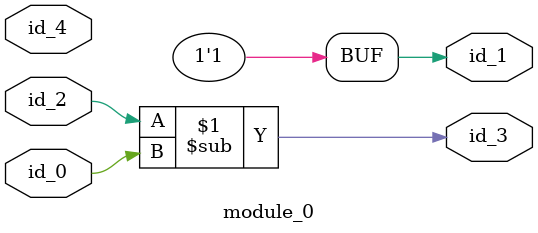
<source format=v>
module module_0 (
    input  id_0,
    output id_1,
    input  id_2,
    output id_3,
    input  id_4
);
  assign id_3 = id_2 - id_0;
  assign id_1 = 1;
endmodule

</source>
